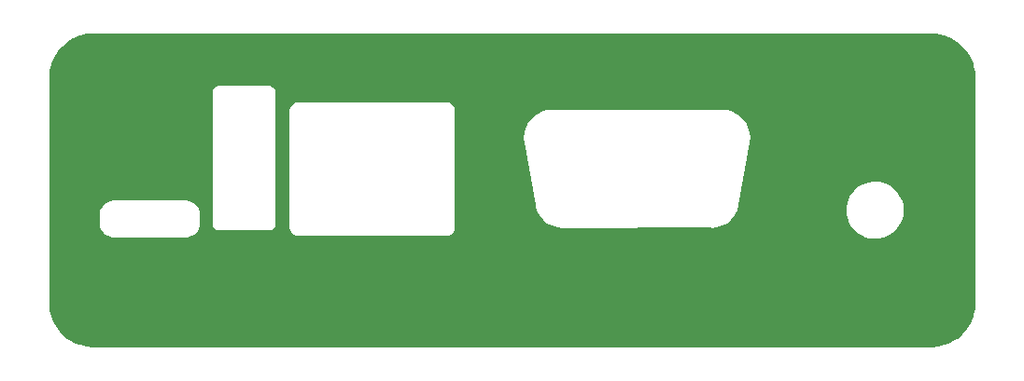
<source format=gbr>
%TF.GenerationSoftware,KiCad,Pcbnew,9.0.0*%
%TF.CreationDate,2025-05-16T15:19:14-04:00*%
%TF.ProjectId,Rear Plate,52656172-2050-46c6-9174-652e6b696361,rev?*%
%TF.SameCoordinates,Original*%
%TF.FileFunction,Soldermask,Bot*%
%TF.FilePolarity,Negative*%
%FSLAX46Y46*%
G04 Gerber Fmt 4.6, Leading zero omitted, Abs format (unit mm)*
G04 Created by KiCad (PCBNEW 9.0.0) date 2025-05-16 15:19:14*
%MOMM*%
%LPD*%
G01*
G04 APERTURE LIST*
%ADD10C,5.000000*%
%ADD11C,4.500000*%
G04 APERTURE END LIST*
D10*
%TO.C,REF\u002A\u002A*%
X97728780Y-78726580D03*
X173728880Y-78726580D03*
X97728780Y-97726550D03*
X173728880Y-97726550D03*
%TD*%
D11*
%TO.C,REF\u002A\u002A*%
X134544500Y-86282010D03*
X159544450Y-86282010D03*
%TD*%
G36*
X174381116Y-74023008D02*
G01*
X174409963Y-74026428D01*
X174959143Y-74158147D01*
X174977693Y-74164173D01*
X175541325Y-74397742D01*
X175558628Y-74406559D01*
X176078939Y-74725296D01*
X176094698Y-74736744D01*
X176558640Y-75133003D01*
X176572396Y-75146759D01*
X176968661Y-75610709D01*
X176980096Y-75626446D01*
X177298816Y-76146486D01*
X177307670Y-76163869D01*
X177541012Y-76727765D01*
X177547003Y-76746212D01*
X177689510Y-77339400D01*
X177692557Y-77358617D01*
X177721356Y-77723773D01*
X177721740Y-77733631D01*
X177703091Y-98956243D01*
X177702707Y-98965888D01*
X177692557Y-99094518D01*
X177689510Y-99113730D01*
X177547004Y-99706910D01*
X177541005Y-99725375D01*
X177307664Y-100289019D01*
X177298832Y-100306361D01*
X176980102Y-100826670D01*
X176968653Y-100842430D01*
X176572396Y-101306370D01*
X176558640Y-101320126D01*
X176094698Y-101716385D01*
X176078938Y-101727833D01*
X175558644Y-102046559D01*
X175541300Y-102055393D01*
X174977654Y-102288726D01*
X174959192Y-102294724D01*
X174366015Y-102437238D01*
X174346792Y-102440286D01*
X173853000Y-102479207D01*
X173843404Y-102479590D01*
X173760462Y-102479689D01*
X173744192Y-102476600D01*
X102478999Y-102476600D01*
X97733797Y-102488777D01*
X97723775Y-102488397D01*
X97110899Y-102440285D01*
X97091636Y-102437234D01*
X96498477Y-102294724D01*
X96480015Y-102288726D01*
X95916370Y-102055394D01*
X95899026Y-102046561D01*
X95378719Y-101727832D01*
X95362959Y-101716383D01*
X94899019Y-101320126D01*
X94885263Y-101306370D01*
X94489006Y-100842430D01*
X94477557Y-100826670D01*
X94158828Y-100306363D01*
X94149995Y-100289019D01*
X93916663Y-99725374D01*
X93910665Y-99706912D01*
X93768151Y-99113734D01*
X93765103Y-99094511D01*
X93720715Y-98531368D01*
X93728790Y-98477514D01*
X93725455Y-92868546D01*
X93725455Y-92868147D01*
X93731717Y-90480020D01*
X98294446Y-90480020D01*
X98294446Y-91179979D01*
X98296977Y-91296145D01*
X98296978Y-91296147D01*
X98337310Y-91524886D01*
X98416754Y-91743153D01*
X98416757Y-91743160D01*
X98532891Y-91944311D01*
X98682198Y-92122247D01*
X98860134Y-92271554D01*
X99061285Y-92387688D01*
X99061292Y-92387691D01*
X99279559Y-92467135D01*
X99508298Y-92507467D01*
X99508300Y-92507468D01*
X99624466Y-92510000D01*
X106074442Y-92510000D01*
X106190601Y-92507616D01*
X106419371Y-92467279D01*
X106637663Y-92387827D01*
X106637670Y-92387824D01*
X106838843Y-92271677D01*
X107016799Y-92122354D01*
X107016802Y-92122352D01*
X107166120Y-91944403D01*
X107166125Y-91944396D01*
X107282272Y-91743223D01*
X107282275Y-91743216D01*
X107361729Y-91524920D01*
X107402066Y-91296155D01*
X107404446Y-91180000D01*
X107404446Y-90477313D01*
X107402062Y-90361156D01*
X107361724Y-90132389D01*
X107282269Y-89914088D01*
X107282268Y-89914087D01*
X107166122Y-89712916D01*
X107166117Y-89712909D01*
X107016799Y-89534960D01*
X107016796Y-89534958D01*
X106838841Y-89385636D01*
X106637668Y-89269489D01*
X106637661Y-89269486D01*
X106419370Y-89190034D01*
X106190603Y-89149697D01*
X106190597Y-89149696D01*
X106074437Y-89147309D01*
X99624465Y-89150000D01*
X99508300Y-89152531D01*
X99508298Y-89152532D01*
X99279559Y-89192864D01*
X99061292Y-89272308D01*
X99061285Y-89272311D01*
X98860134Y-89388445D01*
X98682198Y-89537752D01*
X98532891Y-89715688D01*
X98416757Y-89916839D01*
X98416754Y-89916846D01*
X98337310Y-90135113D01*
X98296978Y-90363852D01*
X98296977Y-90363854D01*
X98294446Y-90480020D01*
X93731717Y-90480020D01*
X93761010Y-79309495D01*
X108520983Y-79309495D01*
X108520983Y-91290505D01*
X108523159Y-91363796D01*
X108561107Y-91505425D01*
X108634417Y-91632399D01*
X108634419Y-91632402D01*
X108738089Y-91736072D01*
X108738092Y-91736074D01*
X108865066Y-91809384D01*
X109006695Y-91847332D01*
X109079987Y-91849509D01*
X113680013Y-91849509D01*
X113753300Y-91847333D01*
X113753306Y-91847332D01*
X113894933Y-91809383D01*
X113894938Y-91809380D01*
X114021903Y-91736078D01*
X114021911Y-91736072D01*
X114125579Y-91632402D01*
X114125582Y-91632398D01*
X114198892Y-91505425D01*
X114236840Y-91363795D01*
X114239017Y-91290504D01*
X114239017Y-81059983D01*
X115520000Y-81059983D01*
X115520000Y-91538369D01*
X115522582Y-91630633D01*
X115522583Y-91630639D01*
X115563656Y-91810587D01*
X115643736Y-91976875D01*
X115758817Y-92121182D01*
X115903124Y-92236263D01*
X116069412Y-92316343D01*
X116249360Y-92357416D01*
X116249366Y-92357417D01*
X116341630Y-92360000D01*
X129698370Y-92360000D01*
X129790633Y-92357417D01*
X129790639Y-92357416D01*
X129970587Y-92316343D01*
X130136877Y-92236262D01*
X130136880Y-92236260D01*
X130281181Y-92121181D01*
X130396260Y-91976880D01*
X130396262Y-91976877D01*
X130476343Y-91810587D01*
X130517416Y-91630639D01*
X130517417Y-91630633D01*
X130520000Y-91538369D01*
X130520714Y-83451974D01*
X136781294Y-83451974D01*
X136781579Y-83453970D01*
X136822164Y-83864828D01*
X136821355Y-83872291D01*
X136823984Y-83887058D01*
X136824673Y-83892043D01*
X136825498Y-83895557D01*
X137831760Y-89548208D01*
X137832268Y-89551289D01*
X137851201Y-89675738D01*
X137852547Y-89679662D01*
X137974254Y-90081135D01*
X138208794Y-90519797D01*
X138523312Y-90903077D01*
X138906706Y-91217690D01*
X139345291Y-91452178D01*
X139811576Y-91593591D01*
X139811754Y-91593662D01*
X139812355Y-91593837D01*
X139813778Y-91594259D01*
X139820832Y-91596398D01*
X140308516Y-91644235D01*
X140314092Y-91644970D01*
X153734362Y-91632802D01*
X153773691Y-91639167D01*
X153780770Y-91641527D01*
X153785608Y-91643252D01*
X153787926Y-91644133D01*
X153794898Y-91642975D01*
X154268129Y-91596397D01*
X154274123Y-91594580D01*
X154275767Y-91594093D01*
X154276824Y-91593788D01*
X154277112Y-91593673D01*
X154744248Y-91452003D01*
X155182276Y-91217671D01*
X155565647Y-90903077D01*
X155880165Y-90519798D01*
X156114717Y-90081092D01*
X156124146Y-90050000D01*
X166017530Y-90050000D01*
X166037254Y-90369811D01*
X166096131Y-90684775D01*
X166096132Y-90684777D01*
X166193266Y-90990112D01*
X166327192Y-91281212D01*
X166495863Y-91553626D01*
X166495877Y-91553646D01*
X166696747Y-91803269D01*
X166926786Y-92026330D01*
X167182488Y-92219427D01*
X167459984Y-92379638D01*
X167755049Y-92504529D01*
X167755072Y-92504537D01*
X168063239Y-92592218D01*
X168379880Y-92641369D01*
X168700144Y-92651236D01*
X169019195Y-92621671D01*
X169019201Y-92621670D01*
X169332200Y-92553123D01*
X169634412Y-92446626D01*
X169921227Y-92303809D01*
X169921248Y-92303797D01*
X170188339Y-92126815D01*
X170188345Y-92126810D01*
X170431657Y-91918355D01*
X170431670Y-91918342D01*
X170647528Y-91681557D01*
X170647536Y-91681547D01*
X170832653Y-91420041D01*
X170832669Y-91420015D01*
X170984247Y-91137741D01*
X170984255Y-91137723D01*
X171100000Y-90838954D01*
X171178158Y-90528199D01*
X171217534Y-90210208D01*
X171220000Y-90050000D01*
X171217534Y-89889791D01*
X171178158Y-89571800D01*
X171100000Y-89261045D01*
X170984255Y-88962276D01*
X170984247Y-88962258D01*
X170832669Y-88679984D01*
X170832653Y-88679958D01*
X170647536Y-88418452D01*
X170647528Y-88418442D01*
X170431670Y-88181657D01*
X170431657Y-88181644D01*
X170188345Y-87973189D01*
X170188339Y-87973184D01*
X169921248Y-87796202D01*
X169921227Y-87796190D01*
X169634412Y-87653373D01*
X169332199Y-87546876D01*
X169332200Y-87546876D01*
X169019201Y-87478329D01*
X169019195Y-87478328D01*
X168700141Y-87448763D01*
X168379880Y-87458630D01*
X168063239Y-87507781D01*
X167755072Y-87595462D01*
X167755049Y-87595470D01*
X167459984Y-87720361D01*
X167182488Y-87880572D01*
X166926786Y-88073669D01*
X166696747Y-88296730D01*
X166495877Y-88546353D01*
X166495863Y-88546373D01*
X166327192Y-88818787D01*
X166193266Y-89109887D01*
X166096132Y-89415222D01*
X166096131Y-89415224D01*
X166037254Y-89730188D01*
X166017530Y-90050000D01*
X156124146Y-90050000D01*
X156258904Y-89605651D01*
X156259044Y-89604226D01*
X156259047Y-89604201D01*
X156259048Y-89604187D01*
X156263838Y-89555190D01*
X156265113Y-89545839D01*
X157251150Y-83922527D01*
X157262230Y-83893258D01*
X157265394Y-83882047D01*
X157265660Y-83876651D01*
X157306868Y-83459161D01*
X157306874Y-83459126D01*
X157306901Y-83458820D01*
X157307579Y-83451945D01*
X157306954Y-83445603D01*
X157306899Y-83444976D01*
X157306884Y-83444889D01*
X157259049Y-82959825D01*
X157259041Y-82959672D01*
X157258999Y-82959329D01*
X157258870Y-82958028D01*
X157114839Y-82483360D01*
X157114177Y-82481654D01*
X156880199Y-82044024D01*
X156565587Y-81660631D01*
X156184412Y-81348100D01*
X156183279Y-81347073D01*
X156181824Y-81345938D01*
X156181299Y-81345574D01*
X155744250Y-81111757D01*
X155268769Y-80967558D01*
X155265519Y-80967364D01*
X154775617Y-80919050D01*
X154774638Y-80919050D01*
X139354565Y-80930962D01*
X139315265Y-80924602D01*
X139311208Y-80923250D01*
X139305525Y-80921200D01*
X139301503Y-80919638D01*
X139294729Y-80920731D01*
X138823396Y-80967368D01*
X138820162Y-80967564D01*
X138344707Y-81111757D01*
X137907786Y-81345507D01*
X137906716Y-81346248D01*
X137906141Y-81346695D01*
X137904940Y-81347777D01*
X137523340Y-81660658D01*
X137208775Y-82043994D01*
X136974422Y-82482329D01*
X136830091Y-82957987D01*
X136829978Y-82959139D01*
X136829914Y-82959659D01*
X136829901Y-82959929D01*
X136781562Y-83450083D01*
X136781294Y-83451974D01*
X130520714Y-83451974D01*
X130520925Y-81060672D01*
X130518538Y-80968339D01*
X130477459Y-80788356D01*
X130397359Y-80622026D01*
X130397356Y-80622021D01*
X130282249Y-80477682D01*
X130137908Y-80362573D01*
X129971580Y-80282473D01*
X129791587Y-80241390D01*
X129699266Y-80239006D01*
X116341630Y-80238353D01*
X116249366Y-80240935D01*
X116249360Y-80240936D01*
X116069412Y-80282009D01*
X115903124Y-80362089D01*
X115758817Y-80477170D01*
X115643736Y-80621477D01*
X115563656Y-80787765D01*
X115522583Y-80967713D01*
X115522582Y-80967719D01*
X115520000Y-81059983D01*
X114239017Y-81059983D01*
X114239017Y-79309521D01*
X114236825Y-79236201D01*
X114198881Y-79094576D01*
X114125577Y-78967604D01*
X114125575Y-78967601D01*
X114021903Y-78863927D01*
X114021901Y-78863926D01*
X113894929Y-78790617D01*
X113753306Y-78752668D01*
X113753300Y-78752667D01*
X113680013Y-78750492D01*
X109079987Y-78750492D01*
X109006695Y-78752668D01*
X108865066Y-78790616D01*
X108738092Y-78863926D01*
X108738089Y-78863928D01*
X108634419Y-78967598D01*
X108634417Y-78967601D01*
X108561107Y-79094575D01*
X108523159Y-79236204D01*
X108520983Y-79309495D01*
X93761010Y-79309495D01*
X93766116Y-77362220D01*
X93769547Y-77333577D01*
X93910665Y-76746216D01*
X93916663Y-76727755D01*
X94149995Y-76164110D01*
X94158828Y-76146766D01*
X94477557Y-75626459D01*
X94489006Y-75610699D01*
X94885263Y-75146759D01*
X94899019Y-75133003D01*
X95362959Y-74736746D01*
X95378719Y-74725297D01*
X95899044Y-74406558D01*
X95916346Y-74397743D01*
X96479976Y-74164174D01*
X96498526Y-74158147D01*
X97091676Y-74015882D01*
X97110853Y-74012845D01*
X97557474Y-73977640D01*
X97567292Y-73977257D01*
X174381116Y-74023008D01*
G37*
M02*

</source>
